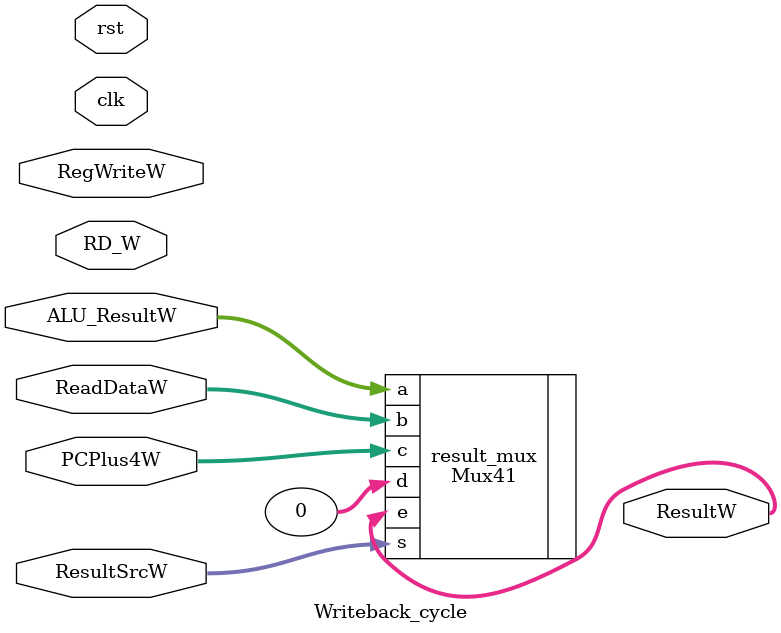
<source format=v>
`timescale 1ns / 1ps
`include "Mux.v"
module Writeback_cycle(clk, rst, ResultSrcW, PCPlus4W, ALU_ResultW, ReadDataW,RD_W,RegWriteW,ResultW);

// Declaration of IOs
    input clk, rst,RegWriteW;
    input [31:0] PCPlus4W, ALU_ResultW, ReadDataW;
    input [4:0]RD_W;
    input [1:0]ResultSrcW;
    //output [4:0]RD_F;
    //output[31:0]ResultF;
    //output RegWriteF;
    output wire [31:0] ResultW;
    //reg [4:0]RD_W_r;
    //reg [31:0]ResultW_r;
    //reg RegWriteW_r;



// Declaration of Module
    Mux41 result_mux (    
                .a(ALU_ResultW),
                .b(ReadDataW),
                .c(PCPlus4W),
                .d(32'b0),
                .s(ResultSrcW),
                .e(ResultW)
                );
    /*always @(posedge clk or negedge rst) begin
        if(rst == 1'b0) begin
            RD_W_r<=5'b0;
            ResultW_r<=32'b0;
            RegWriteW_r<=1'b0;
        end
        else begin
            RD_W_r<=RD_W;
            ResultW_r<=ResultW;
            RegWriteW_r<=RegWriteW;
        end
    end*/

    // Output Assignments
    //assign RD_F = RD_W_r;
    //assign ResultF = ResultW_r;
    //assign RegWriteF=RegWriteW_r;
endmodule

</source>
